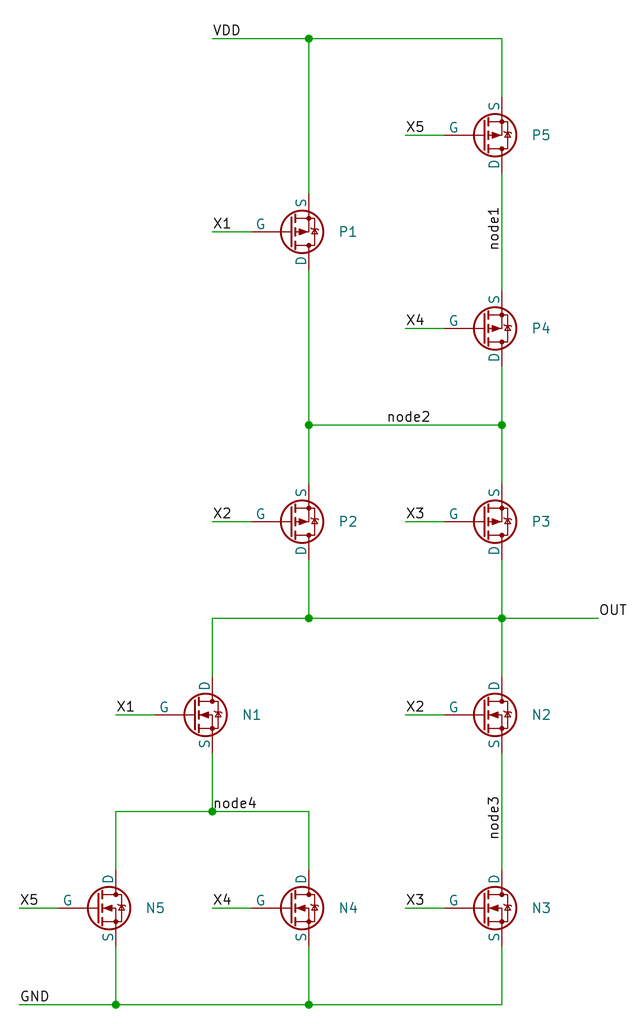
<source format=kicad_sch>
(kicad_sch (version 20250114) (generator "eeschema") (generator_version "9.0")
  (paper "User" 83.82 134.62)
  (lib_symbols
    (symbol "Simulation_SPICE:NMOS" (pin_numbers (hide yes)) (pin_names (offset 0))
      (property "Reference" "Q" (at 5.08 1.27 0))
      (property "Value" "NMOS" (at 5.08 -1.27 0))
      (symbol "NMOS_0_1"
        (polyline (pts (xy 0.254 1.905) (xy 0.254 -1.905)) (stroke (width 0.254)))
        (polyline (pts (xy 0.254 0) (xy -2.54 0)))
        (polyline (pts (xy 0.762 2.286) (xy 0.762 1.27)) (stroke (width 0.254)))
        (polyline (pts (xy 0.762 0.508) (xy 0.762 -0.508)) (stroke (width 0.254)))
        (polyline (pts (xy 0.762 -1.27) (xy 0.762 -2.286)) (stroke (width 0.254)))
        (polyline (pts (xy 0.762 -1.778) (xy 3.302 -1.778) (xy 3.302 1.778) (xy 0.762 1.778)))
        (polyline (pts (xy 1.016 0) (xy 2.032 0.381) (xy 2.032 -0.381) (xy 1.016 0)) (fill (type outline)))
        (circle (center 1.651 0) (radius 2.794) (stroke (width 0.254)))
        (polyline (pts (xy 2.54 2.54) (xy 2.54 1.778)))
        (circle (center 2.54 1.778) (radius 0.254) (fill (type outline)))
        (circle (center 2.54 -1.778) (radius 0.254) (fill (type outline)))
        (polyline (pts (xy 2.54 -2.54) (xy 2.54 0) (xy 0.762 0)))
        (polyline (pts (xy 2.794 0.508) (xy 2.921 0.381) (xy 3.683 0.381) (xy 3.81 0.254)))
        (polyline (pts (xy 3.302 0.381) (xy 2.921 -0.254) (xy 3.683 -0.254) (xy 3.302 0.381)))
      )
      (symbol "NMOS_1_1"
        (pin input line (at -5.08 0 0) (length 2.54) (name "G") (number "2"))
        (pin passive line (at 2.54 5.08 270) (length 2.54) (name "D") (number "1"))
        (pin passive line (at 2.54 -5.08 90) (length 2.54) (name "S") (number "3"))
      )
    )
    (symbol "Simulation_SPICE:PMOS" (pin_numbers (hide yes)) (pin_names (offset 0))
      (property "Reference" "Q" (at 5.08 1.27 0))
      (property "Value" "PMOS" (at 5.08 -1.27 0))
      (symbol "PMOS_0_1"
        (polyline (pts (xy 0.254 1.905) (xy 0.254 -1.905)) (stroke (width 0.254)))
        (polyline (pts (xy 0.254 0) (xy -2.54 0)))
        (polyline (pts (xy 0.762 2.286) (xy 0.762 1.27)) (stroke (width 0.254)))
        (polyline (pts (xy 0.762 1.778) (xy 3.302 1.778) (xy 3.302 -1.778) (xy 0.762 -1.778)))
        (polyline (pts (xy 0.762 0.508) (xy 0.762 -0.508)) (stroke (width 0.254)))
        (polyline (pts (xy 0.762 -1.27) (xy 0.762 -2.286)) (stroke (width 0.254)))
        (circle (center 1.651 0) (radius 2.794) (stroke (width 0.254)))
        (polyline (pts (xy 2.286 0) (xy 1.27 0.381) (xy 1.27 -0.381) (xy 2.286 0)) (fill (type outline)))
        (polyline (pts (xy 2.54 2.54) (xy 2.54 1.778)))
        (circle (center 2.54 1.778) (radius 0.254) (fill (type outline)))
        (circle (center 2.54 -1.778) (radius 0.254) (fill (type outline)))
        (polyline (pts (xy 2.54 -2.54) (xy 2.54 0) (xy 0.762 0)))
        (polyline (pts (xy 2.794 -0.508) (xy 2.921 -0.381) (xy 3.683 -0.381) (xy 3.81 -0.254)))
        (polyline (pts (xy 3.302 -0.381) (xy 2.921 0.254) (xy 3.683 0.254) (xy 3.302 -0.381)))
      )
      (symbol "PMOS_1_1"
        (pin input line (at -5.08 0 0) (length 2.54) (name "G") (number "2"))
        (pin passive line (at 2.54 5.08 270) (length 2.54) (name "D") (number "1"))
        (pin passive line (at 2.54 -5.08 90) (length 2.54) (name "S") (number "3"))
      )
    )
  )
  (junction (at 27.94 106.68))
  (junction (at 40.64 81.28))
  (junction (at 40.64 132.08))
  (junction (at 66.04 81.28))
  (junction (at 40.64 5.08))
  (junction (at 15.24 132.08))
  (junction (at 40.64 55.88))
  (junction (at 66.04 55.88))
  (wire (pts (xy 66.04 22.86) (xy 66.04 38.1)))
  (wire (pts (xy 40.64 5.08) (xy 40.64 25.4)))
  (wire (pts (xy 66.04 73.66) (xy 66.04 81.28)))
  (wire (pts (xy 40.64 55.88) (xy 40.64 63.5)))
  (wire (pts (xy 27.94 68.58) (xy 33.02 68.58)))
  (wire (pts (xy 27.94 5.08) (xy 40.64 5.08)))
  (wire (pts (xy 66.04 55.88) (xy 66.04 63.5)))
  (wire (pts (xy 53.34 68.58) (xy 58.42 68.58)))
  (wire (pts (xy 40.64 132.08) (xy 66.04 132.08)))
  (wire (pts (xy 27.94 99.06) (xy 27.94 106.68)))
  (wire (pts (xy 40.64 55.88) (xy 66.04 55.88)))
  (wire (pts (xy 66.04 99.06) (xy 66.04 114.3)))
  (wire (pts (xy 40.64 73.66) (xy 40.64 81.28)))
  (wire (pts (xy 40.64 124.46) (xy 40.64 132.08)))
  (wire (pts (xy 40.64 81.28) (xy 66.04 81.28)))
  (wire (pts (xy 53.34 17.78) (xy 58.42 17.78)))
  (wire (pts (xy 15.24 106.68) (xy 27.94 106.68)))
  (wire (pts (xy 40.64 5.08) (xy 66.04 5.08)))
  (wire (pts (xy 2.54 119.38) (xy 7.62 119.38)))
  (wire (pts (xy 66.04 5.08) (xy 66.04 12.7)))
  (wire (pts (xy 53.34 119.38) (xy 58.42 119.38)))
  (wire (pts (xy 53.34 93.98) (xy 58.42 93.98)))
  (wire (pts (xy 15.24 93.98) (xy 20.32 93.98)))
  (wire (pts (xy 15.24 132.08) (xy 40.64 132.08)))
  (wire (pts (xy 15.24 124.46) (xy 15.24 132.08)))
  (wire (pts (xy 40.64 106.68) (xy 40.64 114.3)))
  (wire (pts (xy 27.94 106.68) (xy 40.64 106.68)))
  (wire (pts (xy 66.04 81.28) (xy 66.04 88.9)))
  (wire (pts (xy 27.94 88.9) (xy 27.94 81.28)))
  (wire (pts (xy 27.94 119.38) (xy 33.02 119.38)))
  (wire (pts (xy 15.24 114.3) (xy 15.24 106.68)))
  (wire (pts (xy 66.04 48.26) (xy 66.04 55.88)))
  (wire (pts (xy 40.64 55.88) (xy 40.64 35.56)))
  (wire (pts (xy 66.04 81.28) (xy 78.74 81.28)))
  (wire (pts (xy 2.54 132.08) (xy 15.24 132.08)))
  (wire (pts (xy 66.04 124.46) (xy 66.04 132.08)))
  (wire (pts (xy 53.34 43.18) (xy 58.42 43.18)))
  (wire (pts (xy 27.94 30.48) (xy 33.02 30.48)))
  (wire (pts (xy 27.94 81.28) (xy 40.64 81.28)))
  (label "X5" (at 53.34 17.78 0))
  (label "VDD" (at 27.94 5.08 0))
  (label "X1" (at 27.94 30.48 0))
  (label "node3" (at 66.04 110.49 90))
  (label "X1" (at 15.24 93.98 0))
  (label "X2" (at 53.34 93.98 0))
  (label "X2" (at 27.94 68.58 0))
  (label "GND" (at 2.54 132.08 0))
  (label "X3" (at 53.34 68.58 0))
  (label "X4" (at 27.94 119.38 0))
  (label "OUT" (at 78.74 81.28 0))
  (label "X3" (at 53.34 119.38 0))
  (label "X5" (at 2.54 119.38 0))
  (label "node2" (at 50.8 55.88 0))
  (label "node4" (at 27.94 106.68 0))
  (label "node1" (at 66.04 33.02 90))
  (label "X4" (at 53.34 43.18 0))
  (symbol (lib_id "Simulation_SPICE:NMOS") (at 25.4 93.98 0) (unit 1)
    (property "Reference" "N1" (at 31.75 93.98 0) (effects (justify left)))
    (property "Value" "NMOS" (effects (hide yes)))
    (property "Datasheet" "https://ngspice.sourceforge.io/docs/ngspice-html-manual/manual.xhtml#cha_MOSFETs" (effects (hide yes)))
    (property "Description" "N-MOSFET transistor, drain/source/gate" (effects (hide yes)))
    (property "Sim.Device" "NMOS" (effects (hide yes)))
    (property "Sim.Type" "VDMOS" (effects (hide yes)))
    (property "Sim.Pins" "1=D 2=G 3=S" (effects (hide yes)))
  )
  (symbol (lib_id "Simulation_SPICE:PMOS") (at 38.1 30.48 0) (mirror x) (unit 1)
    (property "Reference" "P1" (at 44.45 30.48 0) (effects (justify left)))
    (property "Value" "PMOS" (effects (hide yes)))
    (property "Datasheet" "https://ngspice.sourceforge.io/docs/ngspice-html-manual/manual.xhtml#cha_MOSFETs" (effects (hide yes)))
    (property "Description" "P-MOSFET transistor, drain/source/gate" (effects (hide yes)))
    (property "Sim.Device" "PMOS" (effects (hide yes)))
    (property "Sim.Type" "VDMOS" (effects (hide yes)))
    (property "Sim.Pins" "1=D 2=G 3=S" (effects (hide yes)))
  )
  (symbol (lib_id "Simulation_SPICE:NMOS") (at 63.5 119.38 0) (unit 1)
    (property "Reference" "N3" (at 69.85 119.38 0) (effects (justify left)))
    (property "Value" "NMOS" (effects (hide yes)))
    (property "Datasheet" "https://ngspice.sourceforge.io/docs/ngspice-html-manual/manual.xhtml#cha_MOSFETs" (effects (hide yes)))
    (property "Description" "N-MOSFET transistor, drain/source/gate" (effects (hide yes)))
    (property "Sim.Device" "NMOS" (effects (hide yes)))
    (property "Sim.Type" "VDMOS" (effects (hide yes)))
    (property "Sim.Pins" "1=D 2=G 3=S" (effects (hide yes)))
  )
  (symbol (lib_id "Simulation_SPICE:NMOS") (at 12.7 119.38 0) (unit 1)
    (property "Reference" "N5" (at 19.05 119.38 0) (effects (justify left)))
    (property "Value" "NMOS" (effects (hide yes)))
    (property "Datasheet" "https://ngspice.sourceforge.io/docs/ngspice-html-manual/manual.xhtml#cha_MOSFETs" (effects (hide yes)))
    (property "Description" "N-MOSFET transistor, drain/source/gate" (effects (hide yes)))
    (property "Sim.Device" "NMOS" (effects (hide yes)))
    (property "Sim.Type" "VDMOS" (effects (hide yes)))
    (property "Sim.Pins" "1=D 2=G 3=S" (effects (hide yes)))
  )
  (symbol (lib_id "Simulation_SPICE:NMOS") (at 38.1 119.38 0) (unit 1)
    (property "Reference" "N4" (at 44.45 119.38 0) (effects (justify left)))
    (property "Value" "NMOS" (effects (hide yes)))
    (property "Datasheet" "https://ngspice.sourceforge.io/docs/ngspice-html-manual/manual.xhtml#cha_MOSFETs" (effects (hide yes)))
    (property "Description" "N-MOSFET transistor, drain/source/gate" (effects (hide yes)))
    (property "Sim.Device" "NMOS" (effects (hide yes)))
    (property "Sim.Type" "VDMOS" (effects (hide yes)))
    (property "Sim.Pins" "1=D 2=G 3=S" (effects (hide yes)))
  )
  (symbol (lib_id "Simulation_SPICE:NMOS") (at 63.5 93.98 0) (unit 1)
    (property "Reference" "N2" (at 69.85 93.98 0) (effects (justify left)))
    (property "Value" "NMOS" (effects (hide yes)))
    (property "Datasheet" "https://ngspice.sourceforge.io/docs/ngspice-html-manual/manual.xhtml#cha_MOSFETs" (effects (hide yes)))
    (property "Description" "N-MOSFET transistor, drain/source/gate" (effects (hide yes)))
    (property "Sim.Device" "NMOS" (effects (hide yes)))
    (property "Sim.Type" "VDMOS" (effects (hide yes)))
    (property "Sim.Pins" "1=D 2=G 3=S" (effects (hide yes)))
  )
  (symbol (lib_id "Simulation_SPICE:PMOS") (at 63.5 17.78 0) (mirror x) (unit 1)
    (property "Reference" "P5" (at 69.85 17.78 0) (effects (justify left)))
    (property "Value" "PMOS" (effects (hide yes)))
    (property "Datasheet" "https://ngspice.sourceforge.io/docs/ngspice-html-manual/manual.xhtml#cha_MOSFETs" (effects (hide yes)))
    (property "Description" "P-MOSFET transistor, drain/source/gate" (effects (hide yes)))
    (property "Sim.Device" "PMOS" (effects (hide yes)))
    (property "Sim.Type" "VDMOS" (effects (hide yes)))
    (property "Sim.Pins" "1=D 2=G 3=S" (effects (hide yes)))
  )
  (symbol (lib_id "Simulation_SPICE:PMOS") (at 63.5 43.18 0) (mirror x) (unit 1)
    (property "Reference" "P4" (at 69.85 43.18 0) (effects (justify left)))
    (property "Value" "PMOS" (effects (hide yes)))
    (property "Datasheet" "https://ngspice.sourceforge.io/docs/ngspice-html-manual/manual.xhtml#cha_MOSFETs" (effects (hide yes)))
    (property "Description" "P-MOSFET transistor, drain/source/gate" (effects (hide yes)))
    (property "Sim.Device" "PMOS" (effects (hide yes)))
    (property "Sim.Type" "VDMOS" (effects (hide yes)))
    (property "Sim.Pins" "1=D 2=G 3=S" (effects (hide yes)))
  )
  (symbol (lib_id "Simulation_SPICE:PMOS") (at 63.5 68.58 0) (mirror x) (unit 1)
    (property "Reference" "P3" (at 69.85 68.58 0) (effects (justify left)))
    (property "Value" "PMOS" (effects (hide yes)))
    (property "Datasheet" "https://ngspice.sourceforge.io/docs/ngspice-html-manual/manual.xhtml#cha_MOSFETs" (effects (hide yes)))
    (property "Description" "P-MOSFET transistor, drain/source/gate" (effects (hide yes)))
    (property "Sim.Device" "PMOS" (effects (hide yes)))
    (property "Sim.Type" "VDMOS" (effects (hide yes)))
    (property "Sim.Pins" "1=D 2=G 3=S" (effects (hide yes)))
  )
  (symbol (lib_id "Simulation_SPICE:PMOS") (at 38.1 68.58 0) (mirror x) (unit 1)
    (property "Reference" "P2" (at 44.45 68.58 0) (effects (justify left)))
    (property "Value" "PMOS" (effects (hide yes)))
    (property "Datasheet" "https://ngspice.sourceforge.io/docs/ngspice-html-manual/manual.xhtml#cha_MOSFETs" (effects (hide yes)))
    (property "Description" "P-MOSFET transistor, drain/source/gate" (effects (hide yes)))
    (property "Sim.Device" "PMOS" (effects (hide yes)))
    (property "Sim.Type" "VDMOS" (effects (hide yes)))
    (property "Sim.Pins" "1=D 2=G 3=S" (effects (hide yes)))
  )
)
</source>
